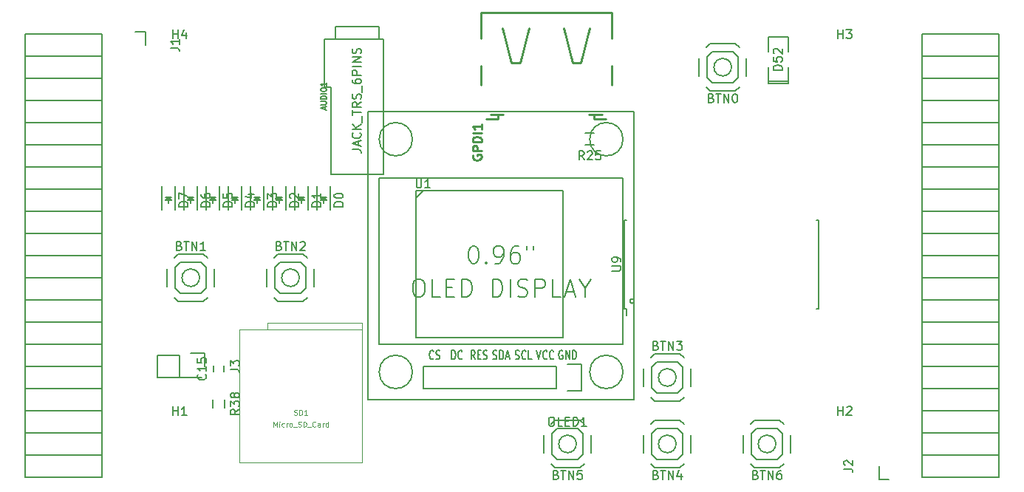
<source format=gto>
G04 #@! TF.FileFunction,Legend,Top*
%FSLAX46Y46*%
G04 Gerber Fmt 4.6, Leading zero omitted, Abs format (unit mm)*
G04 Created by KiCad (PCBNEW 4.0.5+dfsg1-4) date Tue May 16 14:48:21 2017*
%MOMM*%
%LPD*%
G01*
G04 APERTURE LIST*
%ADD10C,0.100000*%
%ADD11C,0.150000*%
%ADD12C,0.010160*%
%ADD13C,0.152400*%
%ADD14C,0.254000*%
%ADD15C,0.124460*%
G04 APERTURE END LIST*
D10*
D11*
X130080000Y-96200000D02*
X146880000Y-96200000D01*
X146880000Y-96200000D02*
X146880000Y-79400000D01*
X146880000Y-79400000D02*
X130080000Y-79400000D01*
X130080000Y-79400000D02*
X130080000Y-96200000D01*
X130880000Y-79400000D02*
X130080000Y-80200000D01*
X170427000Y-66881000D02*
X170427000Y-67135000D01*
X170427000Y-67135000D02*
X172713000Y-67135000D01*
X172713000Y-67135000D02*
X172713000Y-66881000D01*
X170427000Y-66881000D02*
X172713000Y-66881000D01*
X172713000Y-66881000D02*
X172713000Y-65230000D01*
X170427000Y-63452000D02*
X170427000Y-61801000D01*
X170427000Y-61801000D02*
X172713000Y-61801000D01*
X172713000Y-61801000D02*
X172713000Y-63452000D01*
X170427000Y-65230000D02*
X170427000Y-66881000D01*
D12*
X113070000Y-95320000D02*
X113070000Y-94520000D01*
X113070000Y-94520000D02*
X123870000Y-94520000D01*
X123870000Y-94520000D02*
X123870000Y-95320000D01*
X109870000Y-110520000D02*
X109870000Y-95320000D01*
X109870000Y-95320000D02*
X123870000Y-95320000D01*
X123870000Y-95320000D02*
X123870000Y-110520000D01*
X123870000Y-110520000D02*
X109870000Y-110520000D01*
D11*
X105260000Y-89360000D02*
G75*
G03X105260000Y-89360000I-1000000J0D01*
G01*
X103060000Y-87560000D02*
X105460000Y-87560000D01*
X102460000Y-88160000D02*
X103060000Y-87560000D01*
X102460000Y-90560000D02*
X102460000Y-88160000D01*
X103060000Y-91160000D02*
X102460000Y-90560000D01*
X105460000Y-91160000D02*
X103060000Y-91160000D01*
X106060000Y-90560000D02*
X105460000Y-91160000D01*
X106060000Y-88160000D02*
X106060000Y-90560000D01*
X105460000Y-87560000D02*
X106060000Y-88160000D01*
X102810000Y-86660000D02*
X105710000Y-86660000D01*
X102360000Y-87110000D02*
X102810000Y-86660000D01*
X101560000Y-90360000D02*
X101560000Y-88360000D01*
X102810000Y-92060000D02*
X102360000Y-91610000D01*
X105710000Y-92060000D02*
X102810000Y-92060000D01*
X106160000Y-91610000D02*
X105710000Y-92060000D01*
X106960000Y-88360000D02*
X106960000Y-90360000D01*
X105710000Y-86660000D02*
X106160000Y-87110000D01*
X116690000Y-89360000D02*
G75*
G03X116690000Y-89360000I-1000000J0D01*
G01*
X114490000Y-87560000D02*
X116890000Y-87560000D01*
X113890000Y-88160000D02*
X114490000Y-87560000D01*
X113890000Y-90560000D02*
X113890000Y-88160000D01*
X114490000Y-91160000D02*
X113890000Y-90560000D01*
X116890000Y-91160000D02*
X114490000Y-91160000D01*
X117490000Y-90560000D02*
X116890000Y-91160000D01*
X117490000Y-88160000D02*
X117490000Y-90560000D01*
X116890000Y-87560000D02*
X117490000Y-88160000D01*
X114240000Y-86660000D02*
X117140000Y-86660000D01*
X113790000Y-87110000D02*
X114240000Y-86660000D01*
X112990000Y-90360000D02*
X112990000Y-88360000D01*
X114240000Y-92060000D02*
X113790000Y-91610000D01*
X117140000Y-92060000D02*
X114240000Y-92060000D01*
X117590000Y-91610000D02*
X117140000Y-92060000D01*
X118390000Y-88360000D02*
X118390000Y-90360000D01*
X117140000Y-86660000D02*
X117590000Y-87110000D01*
X159870000Y-100790000D02*
G75*
G03X159870000Y-100790000I-1000000J0D01*
G01*
X157670000Y-98990000D02*
X160070000Y-98990000D01*
X157070000Y-99590000D02*
X157670000Y-98990000D01*
X157070000Y-101990000D02*
X157070000Y-99590000D01*
X157670000Y-102590000D02*
X157070000Y-101990000D01*
X160070000Y-102590000D02*
X157670000Y-102590000D01*
X160670000Y-101990000D02*
X160070000Y-102590000D01*
X160670000Y-99590000D02*
X160670000Y-101990000D01*
X160070000Y-98990000D02*
X160670000Y-99590000D01*
X157420000Y-98090000D02*
X160320000Y-98090000D01*
X156970000Y-98540000D02*
X157420000Y-98090000D01*
X156170000Y-101790000D02*
X156170000Y-99790000D01*
X157420000Y-103490000D02*
X156970000Y-103040000D01*
X160320000Y-103490000D02*
X157420000Y-103490000D01*
X160770000Y-103040000D02*
X160320000Y-103490000D01*
X161570000Y-99790000D02*
X161570000Y-101790000D01*
X160320000Y-98090000D02*
X160770000Y-98540000D01*
X159870000Y-108410000D02*
G75*
G03X159870000Y-108410000I-1000000J0D01*
G01*
X160070000Y-110210000D02*
X157670000Y-110210000D01*
X160670000Y-109610000D02*
X160070000Y-110210000D01*
X160670000Y-107210000D02*
X160670000Y-109610000D01*
X160070000Y-106610000D02*
X160670000Y-107210000D01*
X157670000Y-106610000D02*
X160070000Y-106610000D01*
X157070000Y-107210000D02*
X157670000Y-106610000D01*
X157070000Y-109610000D02*
X157070000Y-107210000D01*
X157670000Y-110210000D02*
X157070000Y-109610000D01*
X160320000Y-111110000D02*
X157420000Y-111110000D01*
X160770000Y-110660000D02*
X160320000Y-111110000D01*
X161570000Y-107410000D02*
X161570000Y-109410000D01*
X160320000Y-105710000D02*
X160770000Y-106160000D01*
X157420000Y-105710000D02*
X160320000Y-105710000D01*
X156970000Y-106160000D02*
X157420000Y-105710000D01*
X156170000Y-109410000D02*
X156170000Y-107410000D01*
X157420000Y-111110000D02*
X156970000Y-110660000D01*
X148440000Y-108410000D02*
G75*
G03X148440000Y-108410000I-1000000J0D01*
G01*
X148640000Y-110210000D02*
X146240000Y-110210000D01*
X149240000Y-109610000D02*
X148640000Y-110210000D01*
X149240000Y-107210000D02*
X149240000Y-109610000D01*
X148640000Y-106610000D02*
X149240000Y-107210000D01*
X146240000Y-106610000D02*
X148640000Y-106610000D01*
X145640000Y-107210000D02*
X146240000Y-106610000D01*
X145640000Y-109610000D02*
X145640000Y-107210000D01*
X146240000Y-110210000D02*
X145640000Y-109610000D01*
X148890000Y-111110000D02*
X145990000Y-111110000D01*
X149340000Y-110660000D02*
X148890000Y-111110000D01*
X150140000Y-107410000D02*
X150140000Y-109410000D01*
X148890000Y-105710000D02*
X149340000Y-106160000D01*
X145990000Y-105710000D02*
X148890000Y-105710000D01*
X145540000Y-106160000D02*
X145990000Y-105710000D01*
X144740000Y-109410000D02*
X144740000Y-107410000D01*
X145990000Y-111110000D02*
X145540000Y-110660000D01*
X171300000Y-108410000D02*
G75*
G03X171300000Y-108410000I-1000000J0D01*
G01*
X171500000Y-110210000D02*
X169100000Y-110210000D01*
X172100000Y-109610000D02*
X171500000Y-110210000D01*
X172100000Y-107210000D02*
X172100000Y-109610000D01*
X171500000Y-106610000D02*
X172100000Y-107210000D01*
X169100000Y-106610000D02*
X171500000Y-106610000D01*
X168500000Y-107210000D02*
X169100000Y-106610000D01*
X168500000Y-109610000D02*
X168500000Y-107210000D01*
X169100000Y-110210000D02*
X168500000Y-109610000D01*
X171750000Y-111110000D02*
X168850000Y-111110000D01*
X172200000Y-110660000D02*
X171750000Y-111110000D01*
X173000000Y-107410000D02*
X173000000Y-109410000D01*
X171750000Y-105710000D02*
X172200000Y-106160000D01*
X168850000Y-105710000D02*
X171750000Y-105710000D01*
X168400000Y-106160000D02*
X168850000Y-105710000D01*
X167600000Y-109410000D02*
X167600000Y-107410000D01*
X168850000Y-111110000D02*
X168400000Y-110660000D01*
X118750000Y-78870000D02*
X118750000Y-81570000D01*
X120250000Y-78870000D02*
X120250000Y-81570000D01*
X119350000Y-80370000D02*
X119600000Y-80370000D01*
X119600000Y-80370000D02*
X119450000Y-80220000D01*
X119850000Y-80120000D02*
X119150000Y-80120000D01*
X119500000Y-80470000D02*
X119500000Y-80820000D01*
X119500000Y-80120000D02*
X119850000Y-80470000D01*
X119850000Y-80470000D02*
X119150000Y-80470000D01*
X119150000Y-80470000D02*
X119500000Y-80120000D01*
X116210000Y-78870000D02*
X116210000Y-81570000D01*
X117710000Y-78870000D02*
X117710000Y-81570000D01*
X116810000Y-80370000D02*
X117060000Y-80370000D01*
X117060000Y-80370000D02*
X116910000Y-80220000D01*
X117310000Y-80120000D02*
X116610000Y-80120000D01*
X116960000Y-80470000D02*
X116960000Y-80820000D01*
X116960000Y-80120000D02*
X117310000Y-80470000D01*
X117310000Y-80470000D02*
X116610000Y-80470000D01*
X116610000Y-80470000D02*
X116960000Y-80120000D01*
X113670000Y-78870000D02*
X113670000Y-81570000D01*
X115170000Y-78870000D02*
X115170000Y-81570000D01*
X114270000Y-80370000D02*
X114520000Y-80370000D01*
X114520000Y-80370000D02*
X114370000Y-80220000D01*
X114770000Y-80120000D02*
X114070000Y-80120000D01*
X114420000Y-80470000D02*
X114420000Y-80820000D01*
X114420000Y-80120000D02*
X114770000Y-80470000D01*
X114770000Y-80470000D02*
X114070000Y-80470000D01*
X114070000Y-80470000D02*
X114420000Y-80120000D01*
X111130000Y-78870000D02*
X111130000Y-81570000D01*
X112630000Y-78870000D02*
X112630000Y-81570000D01*
X111730000Y-80370000D02*
X111980000Y-80370000D01*
X111980000Y-80370000D02*
X111830000Y-80220000D01*
X112230000Y-80120000D02*
X111530000Y-80120000D01*
X111880000Y-80470000D02*
X111880000Y-80820000D01*
X111880000Y-80120000D02*
X112230000Y-80470000D01*
X112230000Y-80470000D02*
X111530000Y-80470000D01*
X111530000Y-80470000D02*
X111880000Y-80120000D01*
X108590000Y-78870000D02*
X108590000Y-81570000D01*
X110090000Y-78870000D02*
X110090000Y-81570000D01*
X109190000Y-80370000D02*
X109440000Y-80370000D01*
X109440000Y-80370000D02*
X109290000Y-80220000D01*
X109690000Y-80120000D02*
X108990000Y-80120000D01*
X109340000Y-80470000D02*
X109340000Y-80820000D01*
X109340000Y-80120000D02*
X109690000Y-80470000D01*
X109690000Y-80470000D02*
X108990000Y-80470000D01*
X108990000Y-80470000D02*
X109340000Y-80120000D01*
X106050000Y-78870000D02*
X106050000Y-81570000D01*
X107550000Y-78870000D02*
X107550000Y-81570000D01*
X106650000Y-80370000D02*
X106900000Y-80370000D01*
X106900000Y-80370000D02*
X106750000Y-80220000D01*
X107150000Y-80120000D02*
X106450000Y-80120000D01*
X106800000Y-80470000D02*
X106800000Y-80820000D01*
X106800000Y-80120000D02*
X107150000Y-80470000D01*
X107150000Y-80470000D02*
X106450000Y-80470000D01*
X106450000Y-80470000D02*
X106800000Y-80120000D01*
X103510000Y-78870000D02*
X103510000Y-81570000D01*
X105010000Y-78870000D02*
X105010000Y-81570000D01*
X104110000Y-80370000D02*
X104360000Y-80370000D01*
X104360000Y-80370000D02*
X104210000Y-80220000D01*
X104610000Y-80120000D02*
X103910000Y-80120000D01*
X104260000Y-80470000D02*
X104260000Y-80820000D01*
X104260000Y-80120000D02*
X104610000Y-80470000D01*
X104610000Y-80470000D02*
X103910000Y-80470000D01*
X103910000Y-80470000D02*
X104260000Y-80120000D01*
X100970000Y-78870000D02*
X100970000Y-81570000D01*
X102470000Y-78870000D02*
X102470000Y-81570000D01*
X101570000Y-80370000D02*
X101820000Y-80370000D01*
X101820000Y-80370000D02*
X101670000Y-80220000D01*
X102070000Y-80120000D02*
X101370000Y-80120000D01*
X101720000Y-80470000D02*
X101720000Y-80820000D01*
X101720000Y-80120000D02*
X102070000Y-80470000D01*
X102070000Y-80470000D02*
X101370000Y-80470000D01*
X101370000Y-80470000D02*
X101720000Y-80120000D01*
D13*
X120310000Y-77540000D02*
X120310000Y-67540000D01*
X120310000Y-67540000D02*
X119610000Y-67540000D01*
X119610000Y-67540000D02*
X119610000Y-62040000D01*
X126310000Y-77540000D02*
X120310000Y-77540000D01*
X126310000Y-62040000D02*
X126310000Y-77540000D01*
X126310000Y-62040000D02*
X119610000Y-62040000D01*
X125810000Y-62040000D02*
X125810000Y-60540000D01*
X125810000Y-60540000D02*
X120810000Y-60540000D01*
X120810000Y-60540000D02*
X120810000Y-62040000D01*
D11*
X176180000Y-92880000D02*
X175980000Y-92880000D01*
X176180000Y-82720000D02*
X175980000Y-82720000D01*
X155080000Y-92050000D02*
G75*
G03X155080000Y-92050000I-250000J0D01*
G01*
X154180000Y-92880000D02*
X154180000Y-93700000D01*
X153980000Y-92880000D02*
X154180000Y-92880000D01*
X153980000Y-82720000D02*
X154180000Y-82720000D01*
X176190000Y-82720000D02*
X176190000Y-92880000D01*
X153970000Y-92880000D02*
X153970000Y-82720000D01*
D14*
X151378260Y-70648160D02*
X150479100Y-70648160D01*
X150479100Y-70648160D02*
X149879660Y-70648160D01*
X140080340Y-70648160D02*
X139480900Y-70648160D01*
X139480900Y-70648160D02*
X138581740Y-70648160D01*
X137481920Y-67249640D02*
X137481920Y-65098260D01*
X137481920Y-61900400D02*
X137481920Y-58992100D01*
X137481920Y-58992100D02*
X152478080Y-58992100D01*
X152478080Y-58992100D02*
X152478080Y-61900400D01*
X152478080Y-65098260D02*
X152478080Y-67249640D01*
X138106760Y-71148540D02*
X139480900Y-71148540D01*
X139480900Y-71148540D02*
X139480900Y-70648160D01*
X150479100Y-70648160D02*
X150479100Y-71148540D01*
X150479100Y-71148540D02*
X151865940Y-71148540D01*
X142981020Y-60732000D02*
X141980260Y-64732500D01*
X141980260Y-64732500D02*
X140982040Y-64732500D01*
X140982040Y-64732500D02*
X139981280Y-60732000D01*
X146978980Y-60732000D02*
X147979740Y-64732500D01*
X147979740Y-64732500D02*
X148977960Y-64732500D01*
X148977960Y-64732500D02*
X149978720Y-60732000D01*
D11*
X85270000Y-112220000D02*
X94100000Y-112220000D01*
X85270000Y-109680000D02*
X85270000Y-112220000D01*
X94100000Y-109680000D02*
X94100000Y-112220000D01*
X94100000Y-112220000D02*
X85270000Y-112220000D01*
X94100000Y-109680000D02*
X85270000Y-109680000D01*
X94100000Y-107140000D02*
X94100000Y-109680000D01*
X85270000Y-107140000D02*
X85270000Y-109680000D01*
X85270000Y-109680000D02*
X94100000Y-109680000D01*
X85270000Y-91900000D02*
X94100000Y-91900000D01*
X85270000Y-89360000D02*
X85270000Y-91900000D01*
X94100000Y-89360000D02*
X94100000Y-91900000D01*
X94100000Y-91900000D02*
X85270000Y-91900000D01*
X94100000Y-94440000D02*
X85270000Y-94440000D01*
X94100000Y-91900000D02*
X94100000Y-94440000D01*
X85270000Y-91900000D02*
X85270000Y-94440000D01*
X85270000Y-94440000D02*
X94100000Y-94440000D01*
X85270000Y-107140000D02*
X94100000Y-107140000D01*
X85270000Y-104600000D02*
X85270000Y-107140000D01*
X94100000Y-104600000D02*
X94100000Y-107140000D01*
X94100000Y-107140000D02*
X85270000Y-107140000D01*
X94100000Y-104600000D02*
X85270000Y-104600000D01*
X94100000Y-102060000D02*
X94100000Y-104600000D01*
X85270000Y-102060000D02*
X85270000Y-104600000D01*
X85270000Y-104600000D02*
X94100000Y-104600000D01*
X85270000Y-102060000D02*
X94100000Y-102060000D01*
X85270000Y-99520000D02*
X85270000Y-102060000D01*
X94100000Y-99520000D02*
X94100000Y-102060000D01*
X94100000Y-102060000D02*
X85270000Y-102060000D01*
X94100000Y-99520000D02*
X85270000Y-99520000D01*
X94100000Y-96980000D02*
X94100000Y-99520000D01*
X85270000Y-96980000D02*
X85270000Y-99520000D01*
X85270000Y-99520000D02*
X94100000Y-99520000D01*
X85270000Y-96980000D02*
X94100000Y-96980000D01*
X85270000Y-94440000D02*
X85270000Y-96980000D01*
X94100000Y-94440000D02*
X94100000Y-96980000D01*
X94100000Y-96980000D02*
X85270000Y-96980000D01*
X94100000Y-79200000D02*
X85270000Y-79200000D01*
X94100000Y-76660000D02*
X94100000Y-79200000D01*
X85270000Y-76660000D02*
X85270000Y-79200000D01*
X85270000Y-79200000D02*
X94100000Y-79200000D01*
X85270000Y-81740000D02*
X94100000Y-81740000D01*
X85270000Y-79200000D02*
X85270000Y-81740000D01*
X94100000Y-79200000D02*
X94100000Y-81740000D01*
X94100000Y-81740000D02*
X85270000Y-81740000D01*
X94100000Y-84280000D02*
X85270000Y-84280000D01*
X94100000Y-81740000D02*
X94100000Y-84280000D01*
X85270000Y-81740000D02*
X85270000Y-84280000D01*
X85270000Y-84280000D02*
X94100000Y-84280000D01*
X85270000Y-86820000D02*
X94100000Y-86820000D01*
X85270000Y-84280000D02*
X85270000Y-86820000D01*
X94100000Y-84280000D02*
X94100000Y-86820000D01*
X94100000Y-86820000D02*
X85270000Y-86820000D01*
X94100000Y-89360000D02*
X85270000Y-89360000D01*
X94100000Y-86820000D02*
X94100000Y-89360000D01*
X85270000Y-86820000D02*
X85270000Y-89360000D01*
X85270000Y-89360000D02*
X94100000Y-89360000D01*
X85270000Y-76660000D02*
X94100000Y-76660000D01*
X85270000Y-74120000D02*
X85270000Y-76660000D01*
X94100000Y-74120000D02*
X94100000Y-76660000D01*
X94100000Y-76660000D02*
X85270000Y-76660000D01*
X94100000Y-74120000D02*
X85270000Y-74120000D01*
X94100000Y-71580000D02*
X94100000Y-74120000D01*
X85270000Y-71580000D02*
X85270000Y-74120000D01*
X85270000Y-74120000D02*
X94100000Y-74120000D01*
X85270000Y-71580000D02*
X94100000Y-71580000D01*
X85270000Y-69040000D02*
X85270000Y-71580000D01*
X94100000Y-69040000D02*
X94100000Y-71580000D01*
X94100000Y-71580000D02*
X85270000Y-71580000D01*
X94100000Y-69040000D02*
X85270000Y-69040000D01*
X94100000Y-66500000D02*
X94100000Y-69040000D01*
X85270000Y-66500000D02*
X85270000Y-69040000D01*
X85270000Y-69040000D02*
X94100000Y-69040000D01*
X85270000Y-66500000D02*
X94100000Y-66500000D01*
X85270000Y-63960000D02*
X85270000Y-66500000D01*
X94100000Y-63960000D02*
X94100000Y-66500000D01*
X94100000Y-66500000D02*
X85270000Y-66500000D01*
X94100000Y-63960000D02*
X85270000Y-63960000D01*
X94100000Y-61420000D02*
X94100000Y-63960000D01*
X99060000Y-62690000D02*
X99060000Y-61140000D01*
X99060000Y-61140000D02*
X97910000Y-61140000D01*
X94100000Y-61420000D02*
X85270000Y-61420000D01*
X85270000Y-61420000D02*
X85270000Y-63960000D01*
X85270000Y-63960000D02*
X94100000Y-63960000D01*
X196910000Y-61420000D02*
X188080000Y-61420000D01*
X196910000Y-63960000D02*
X196910000Y-61420000D01*
X188080000Y-63960000D02*
X188080000Y-61420000D01*
X188080000Y-61420000D02*
X196910000Y-61420000D01*
X188080000Y-63960000D02*
X196910000Y-63960000D01*
X188080000Y-66500000D02*
X188080000Y-63960000D01*
X196910000Y-66500000D02*
X196910000Y-63960000D01*
X196910000Y-63960000D02*
X188080000Y-63960000D01*
X196910000Y-81740000D02*
X188080000Y-81740000D01*
X196910000Y-84280000D02*
X196910000Y-81740000D01*
X188080000Y-84280000D02*
X188080000Y-81740000D01*
X188080000Y-81740000D02*
X196910000Y-81740000D01*
X188080000Y-79200000D02*
X196910000Y-79200000D01*
X188080000Y-81740000D02*
X188080000Y-79200000D01*
X196910000Y-81740000D02*
X196910000Y-79200000D01*
X196910000Y-79200000D02*
X188080000Y-79200000D01*
X196910000Y-66500000D02*
X188080000Y-66500000D01*
X196910000Y-69040000D02*
X196910000Y-66500000D01*
X188080000Y-69040000D02*
X188080000Y-66500000D01*
X188080000Y-66500000D02*
X196910000Y-66500000D01*
X188080000Y-69040000D02*
X196910000Y-69040000D01*
X188080000Y-71580000D02*
X188080000Y-69040000D01*
X196910000Y-71580000D02*
X196910000Y-69040000D01*
X196910000Y-69040000D02*
X188080000Y-69040000D01*
X196910000Y-71580000D02*
X188080000Y-71580000D01*
X196910000Y-74120000D02*
X196910000Y-71580000D01*
X188080000Y-74120000D02*
X188080000Y-71580000D01*
X188080000Y-71580000D02*
X196910000Y-71580000D01*
X188080000Y-74120000D02*
X196910000Y-74120000D01*
X188080000Y-76660000D02*
X188080000Y-74120000D01*
X196910000Y-76660000D02*
X196910000Y-74120000D01*
X196910000Y-74120000D02*
X188080000Y-74120000D01*
X196910000Y-76660000D02*
X188080000Y-76660000D01*
X196910000Y-79200000D02*
X196910000Y-76660000D01*
X188080000Y-79200000D02*
X188080000Y-76660000D01*
X188080000Y-76660000D02*
X196910000Y-76660000D01*
X188080000Y-94440000D02*
X196910000Y-94440000D01*
X188080000Y-96980000D02*
X188080000Y-94440000D01*
X196910000Y-96980000D02*
X196910000Y-94440000D01*
X196910000Y-94440000D02*
X188080000Y-94440000D01*
X196910000Y-91900000D02*
X188080000Y-91900000D01*
X196910000Y-94440000D02*
X196910000Y-91900000D01*
X188080000Y-94440000D02*
X188080000Y-91900000D01*
X188080000Y-91900000D02*
X196910000Y-91900000D01*
X188080000Y-89360000D02*
X196910000Y-89360000D01*
X188080000Y-91900000D02*
X188080000Y-89360000D01*
X196910000Y-91900000D02*
X196910000Y-89360000D01*
X196910000Y-89360000D02*
X188080000Y-89360000D01*
X196910000Y-86820000D02*
X188080000Y-86820000D01*
X196910000Y-89360000D02*
X196910000Y-86820000D01*
X188080000Y-89360000D02*
X188080000Y-86820000D01*
X188080000Y-86820000D02*
X196910000Y-86820000D01*
X188080000Y-84280000D02*
X196910000Y-84280000D01*
X188080000Y-86820000D02*
X188080000Y-84280000D01*
X196910000Y-86820000D02*
X196910000Y-84280000D01*
X196910000Y-84280000D02*
X188080000Y-84280000D01*
X196910000Y-96980000D02*
X188080000Y-96980000D01*
X196910000Y-99520000D02*
X196910000Y-96980000D01*
X188080000Y-99520000D02*
X188080000Y-96980000D01*
X188080000Y-96980000D02*
X196910000Y-96980000D01*
X188080000Y-99520000D02*
X196910000Y-99520000D01*
X188080000Y-102060000D02*
X188080000Y-99520000D01*
X196910000Y-102060000D02*
X196910000Y-99520000D01*
X196910000Y-99520000D02*
X188080000Y-99520000D01*
X196910000Y-102060000D02*
X188080000Y-102060000D01*
X196910000Y-104600000D02*
X196910000Y-102060000D01*
X188080000Y-104600000D02*
X188080000Y-102060000D01*
X188080000Y-102060000D02*
X196910000Y-102060000D01*
X188080000Y-104600000D02*
X196910000Y-104600000D01*
X188080000Y-107140000D02*
X188080000Y-104600000D01*
X196910000Y-107140000D02*
X196910000Y-104600000D01*
X196910000Y-104600000D02*
X188080000Y-104600000D01*
X196910000Y-107140000D02*
X188080000Y-107140000D01*
X196910000Y-109680000D02*
X196910000Y-107140000D01*
X188080000Y-109680000D02*
X188080000Y-107140000D01*
X188080000Y-107140000D02*
X196910000Y-107140000D01*
X188080000Y-109680000D02*
X196910000Y-109680000D01*
X188080000Y-112220000D02*
X188080000Y-109680000D01*
X183120000Y-110950000D02*
X183120000Y-112500000D01*
X183120000Y-112500000D02*
X184270000Y-112500000D01*
X188080000Y-112220000D02*
X196910000Y-112220000D01*
X196910000Y-112220000D02*
X196910000Y-109680000D01*
X196910000Y-109680000D02*
X188080000Y-109680000D01*
X166220000Y-65230000D02*
G75*
G03X166220000Y-65230000I-1000000J0D01*
G01*
X166420000Y-67030000D02*
X164020000Y-67030000D01*
X167020000Y-66430000D02*
X166420000Y-67030000D01*
X167020000Y-64030000D02*
X167020000Y-66430000D01*
X166420000Y-63430000D02*
X167020000Y-64030000D01*
X164020000Y-63430000D02*
X166420000Y-63430000D01*
X163420000Y-64030000D02*
X164020000Y-63430000D01*
X163420000Y-66430000D02*
X163420000Y-64030000D01*
X164020000Y-67030000D02*
X163420000Y-66430000D01*
X166670000Y-67930000D02*
X163770000Y-67930000D01*
X167120000Y-67480000D02*
X166670000Y-67930000D01*
X167920000Y-64230000D02*
X167920000Y-66230000D01*
X166670000Y-62530000D02*
X167120000Y-62980000D01*
X163770000Y-62530000D02*
X166670000Y-62530000D01*
X163320000Y-62980000D02*
X163770000Y-62530000D01*
X162520000Y-66230000D02*
X162520000Y-64230000D01*
X163770000Y-67930000D02*
X163320000Y-67480000D01*
X149480000Y-72810000D02*
X150480000Y-72810000D01*
X150480000Y-74160000D02*
X149480000Y-74160000D01*
X105810000Y-99520000D02*
X105810000Y-97970000D01*
X102990000Y-100790000D02*
X105530000Y-100790000D01*
X105810000Y-97970000D02*
X104260000Y-97970000D01*
X100450000Y-100790000D02*
X102990000Y-100790000D01*
X102990000Y-100790000D02*
X102990000Y-98250000D01*
X102990000Y-98250000D02*
X100450000Y-98250000D01*
X100450000Y-98250000D02*
X100450000Y-100790000D01*
X153790000Y-73485000D02*
G75*
G03X153790000Y-73485000I-1905000J0D01*
G01*
X129660000Y-73485000D02*
G75*
G03X129660000Y-73485000I-1905000J0D01*
G01*
X129660000Y-100155000D02*
G75*
G03X129660000Y-100155000I-1905000J0D01*
G01*
X153790000Y-100155000D02*
G75*
G03X153790000Y-100155000I-1905000J0D01*
G01*
X153790000Y-77930000D02*
X153790000Y-96980000D01*
X125850000Y-77930000D02*
X153790000Y-77930000D01*
X125850000Y-96980000D02*
X125850000Y-77930000D01*
X153790000Y-96980000D02*
X125850000Y-96980000D01*
X155060000Y-70310000D02*
X155060000Y-103330000D01*
X124580000Y-70310000D02*
X155060000Y-70310000D01*
X124580000Y-103330000D02*
X124580000Y-70310000D01*
X155060000Y-103330000D02*
X124580000Y-103330000D01*
X146170000Y-99520000D02*
X130930000Y-99520000D01*
X130930000Y-99520000D02*
X130930000Y-102060000D01*
X130930000Y-102060000D02*
X146170000Y-102060000D01*
X148990000Y-99240000D02*
X147440000Y-99240000D01*
X146170000Y-99520000D02*
X146170000Y-102060000D01*
X147440000Y-102340000D02*
X148990000Y-102340000D01*
X148990000Y-102340000D02*
X148990000Y-99240000D01*
X106880000Y-100150000D02*
X106880000Y-99450000D01*
X108080000Y-99450000D02*
X108080000Y-100150000D01*
X106805000Y-104300000D02*
X106805000Y-103300000D01*
X108155000Y-103300000D02*
X108155000Y-104300000D01*
X130118095Y-78052381D02*
X130118095Y-78861905D01*
X130165714Y-78957143D01*
X130213333Y-79004762D01*
X130308571Y-79052381D01*
X130499048Y-79052381D01*
X130594286Y-79004762D01*
X130641905Y-78957143D01*
X130689524Y-78861905D01*
X130689524Y-78052381D01*
X131689524Y-79052381D02*
X131118095Y-79052381D01*
X131403809Y-79052381D02*
X131403809Y-78052381D01*
X131308571Y-78195238D01*
X131213333Y-78290476D01*
X131118095Y-78338095D01*
X172022381Y-65555286D02*
X171022381Y-65555286D01*
X171022381Y-65317191D01*
X171070000Y-65174333D01*
X171165238Y-65079095D01*
X171260476Y-65031476D01*
X171450952Y-64983857D01*
X171593810Y-64983857D01*
X171784286Y-65031476D01*
X171879524Y-65079095D01*
X171974762Y-65174333D01*
X172022381Y-65317191D01*
X172022381Y-65555286D01*
X171022381Y-64079095D02*
X171022381Y-64555286D01*
X171498571Y-64602905D01*
X171450952Y-64555286D01*
X171403333Y-64460048D01*
X171403333Y-64221952D01*
X171450952Y-64126714D01*
X171498571Y-64079095D01*
X171593810Y-64031476D01*
X171831905Y-64031476D01*
X171927143Y-64079095D01*
X171974762Y-64126714D01*
X172022381Y-64221952D01*
X172022381Y-64460048D01*
X171974762Y-64555286D01*
X171927143Y-64602905D01*
X171117619Y-63650524D02*
X171070000Y-63602905D01*
X171022381Y-63507667D01*
X171022381Y-63269571D01*
X171070000Y-63174333D01*
X171117619Y-63126714D01*
X171212857Y-63079095D01*
X171308095Y-63079095D01*
X171450952Y-63126714D01*
X172022381Y-63698143D01*
X172022381Y-63079095D01*
D15*
X116113564Y-105062630D02*
X116199198Y-105091175D01*
X116341922Y-105091175D01*
X116399012Y-105062630D01*
X116427556Y-105034086D01*
X116456101Y-104976996D01*
X116456101Y-104919907D01*
X116427556Y-104862817D01*
X116399012Y-104834272D01*
X116341922Y-104805728D01*
X116227743Y-104777183D01*
X116170654Y-104748638D01*
X116142109Y-104720093D01*
X116113564Y-104663004D01*
X116113564Y-104605914D01*
X116142109Y-104548825D01*
X116170654Y-104520280D01*
X116227743Y-104491735D01*
X116370467Y-104491735D01*
X116456101Y-104520280D01*
X116713004Y-105091175D02*
X116713004Y-104491735D01*
X116855728Y-104491735D01*
X116941362Y-104520280D01*
X116998451Y-104577370D01*
X117026996Y-104634459D01*
X117055541Y-104748638D01*
X117055541Y-104834272D01*
X117026996Y-104948451D01*
X116998451Y-105005541D01*
X116941362Y-105062630D01*
X116855728Y-105091175D01*
X116713004Y-105091175D01*
X117626436Y-105091175D02*
X117283899Y-105091175D01*
X117455168Y-105091175D02*
X117455168Y-104491735D01*
X117398078Y-104577370D01*
X117340989Y-104634459D01*
X117283899Y-104663004D01*
X113744350Y-106441175D02*
X113744350Y-105841735D01*
X113944163Y-106269907D01*
X114143976Y-105841735D01*
X114143976Y-106441175D01*
X114429424Y-106441175D02*
X114429424Y-106041549D01*
X114429424Y-105841735D02*
X114400879Y-105870280D01*
X114429424Y-105898825D01*
X114457969Y-105870280D01*
X114429424Y-105841735D01*
X114429424Y-105898825D01*
X114971775Y-106412630D02*
X114914685Y-106441175D01*
X114800506Y-106441175D01*
X114743417Y-106412630D01*
X114714872Y-106384086D01*
X114686327Y-106326996D01*
X114686327Y-106155728D01*
X114714872Y-106098638D01*
X114743417Y-106070093D01*
X114800506Y-106041549D01*
X114914685Y-106041549D01*
X114971775Y-106070093D01*
X115228678Y-106441175D02*
X115228678Y-106041549D01*
X115228678Y-106155728D02*
X115257223Y-106098638D01*
X115285767Y-106070093D01*
X115342857Y-106041549D01*
X115399946Y-106041549D01*
X115685394Y-106441175D02*
X115628305Y-106412630D01*
X115599760Y-106384086D01*
X115571215Y-106326996D01*
X115571215Y-106155728D01*
X115599760Y-106098638D01*
X115628305Y-106070093D01*
X115685394Y-106041549D01*
X115771028Y-106041549D01*
X115828118Y-106070093D01*
X115856663Y-106098638D01*
X115885207Y-106155728D01*
X115885207Y-106326996D01*
X115856663Y-106384086D01*
X115828118Y-106412630D01*
X115771028Y-106441175D01*
X115685394Y-106441175D01*
X115999386Y-106498265D02*
X116456102Y-106498265D01*
X116570281Y-106412630D02*
X116655915Y-106441175D01*
X116798639Y-106441175D01*
X116855729Y-106412630D01*
X116884273Y-106384086D01*
X116912818Y-106326996D01*
X116912818Y-106269907D01*
X116884273Y-106212817D01*
X116855729Y-106184272D01*
X116798639Y-106155728D01*
X116684460Y-106127183D01*
X116627371Y-106098638D01*
X116598826Y-106070093D01*
X116570281Y-106013004D01*
X116570281Y-105955914D01*
X116598826Y-105898825D01*
X116627371Y-105870280D01*
X116684460Y-105841735D01*
X116827184Y-105841735D01*
X116912818Y-105870280D01*
X117169721Y-106441175D02*
X117169721Y-105841735D01*
X117312445Y-105841735D01*
X117398079Y-105870280D01*
X117455168Y-105927370D01*
X117483713Y-105984459D01*
X117512258Y-106098638D01*
X117512258Y-106184272D01*
X117483713Y-106298451D01*
X117455168Y-106355541D01*
X117398079Y-106412630D01*
X117312445Y-106441175D01*
X117169721Y-106441175D01*
X117626437Y-106498265D02*
X118083153Y-106498265D01*
X118568414Y-106384086D02*
X118539869Y-106412630D01*
X118454235Y-106441175D01*
X118397145Y-106441175D01*
X118311511Y-106412630D01*
X118254422Y-106355541D01*
X118225877Y-106298451D01*
X118197332Y-106184272D01*
X118197332Y-106098638D01*
X118225877Y-105984459D01*
X118254422Y-105927370D01*
X118311511Y-105870280D01*
X118397145Y-105841735D01*
X118454235Y-105841735D01*
X118539869Y-105870280D01*
X118568414Y-105898825D01*
X119082220Y-106441175D02*
X119082220Y-106127183D01*
X119053675Y-106070093D01*
X118996585Y-106041549D01*
X118882406Y-106041549D01*
X118825317Y-106070093D01*
X119082220Y-106412630D02*
X119025130Y-106441175D01*
X118882406Y-106441175D01*
X118825317Y-106412630D01*
X118796772Y-106355541D01*
X118796772Y-106298451D01*
X118825317Y-106241362D01*
X118882406Y-106212817D01*
X119025130Y-106212817D01*
X119082220Y-106184272D01*
X119367667Y-106441175D02*
X119367667Y-106041549D01*
X119367667Y-106155728D02*
X119396212Y-106098638D01*
X119424756Y-106070093D01*
X119481846Y-106041549D01*
X119538935Y-106041549D01*
X119995652Y-106441175D02*
X119995652Y-105841735D01*
X119995652Y-106412630D02*
X119938562Y-106441175D01*
X119824383Y-106441175D01*
X119767294Y-106412630D01*
X119738749Y-106384086D01*
X119710204Y-106326996D01*
X119710204Y-106155728D01*
X119738749Y-106098638D01*
X119767294Y-106070093D01*
X119824383Y-106041549D01*
X119938562Y-106041549D01*
X119995652Y-106070093D01*
D11*
X102950477Y-85688571D02*
X103093334Y-85736190D01*
X103140953Y-85783810D01*
X103188572Y-85879048D01*
X103188572Y-86021905D01*
X103140953Y-86117143D01*
X103093334Y-86164762D01*
X102998096Y-86212381D01*
X102617143Y-86212381D01*
X102617143Y-85212381D01*
X102950477Y-85212381D01*
X103045715Y-85260000D01*
X103093334Y-85307619D01*
X103140953Y-85402857D01*
X103140953Y-85498095D01*
X103093334Y-85593333D01*
X103045715Y-85640952D01*
X102950477Y-85688571D01*
X102617143Y-85688571D01*
X103474286Y-85212381D02*
X104045715Y-85212381D01*
X103760000Y-86212381D02*
X103760000Y-85212381D01*
X104379048Y-86212381D02*
X104379048Y-85212381D01*
X104950477Y-86212381D01*
X104950477Y-85212381D01*
X105950477Y-86212381D02*
X105379048Y-86212381D01*
X105664762Y-86212381D02*
X105664762Y-85212381D01*
X105569524Y-85355238D01*
X105474286Y-85450476D01*
X105379048Y-85498095D01*
X114380477Y-85688571D02*
X114523334Y-85736190D01*
X114570953Y-85783810D01*
X114618572Y-85879048D01*
X114618572Y-86021905D01*
X114570953Y-86117143D01*
X114523334Y-86164762D01*
X114428096Y-86212381D01*
X114047143Y-86212381D01*
X114047143Y-85212381D01*
X114380477Y-85212381D01*
X114475715Y-85260000D01*
X114523334Y-85307619D01*
X114570953Y-85402857D01*
X114570953Y-85498095D01*
X114523334Y-85593333D01*
X114475715Y-85640952D01*
X114380477Y-85688571D01*
X114047143Y-85688571D01*
X114904286Y-85212381D02*
X115475715Y-85212381D01*
X115190000Y-86212381D02*
X115190000Y-85212381D01*
X115809048Y-86212381D02*
X115809048Y-85212381D01*
X116380477Y-86212381D01*
X116380477Y-85212381D01*
X116809048Y-85307619D02*
X116856667Y-85260000D01*
X116951905Y-85212381D01*
X117190001Y-85212381D01*
X117285239Y-85260000D01*
X117332858Y-85307619D01*
X117380477Y-85402857D01*
X117380477Y-85498095D01*
X117332858Y-85640952D01*
X116761429Y-86212381D01*
X117380477Y-86212381D01*
X157560477Y-97118571D02*
X157703334Y-97166190D01*
X157750953Y-97213810D01*
X157798572Y-97309048D01*
X157798572Y-97451905D01*
X157750953Y-97547143D01*
X157703334Y-97594762D01*
X157608096Y-97642381D01*
X157227143Y-97642381D01*
X157227143Y-96642381D01*
X157560477Y-96642381D01*
X157655715Y-96690000D01*
X157703334Y-96737619D01*
X157750953Y-96832857D01*
X157750953Y-96928095D01*
X157703334Y-97023333D01*
X157655715Y-97070952D01*
X157560477Y-97118571D01*
X157227143Y-97118571D01*
X158084286Y-96642381D02*
X158655715Y-96642381D01*
X158370000Y-97642381D02*
X158370000Y-96642381D01*
X158989048Y-97642381D02*
X158989048Y-96642381D01*
X159560477Y-97642381D01*
X159560477Y-96642381D01*
X159941429Y-96642381D02*
X160560477Y-96642381D01*
X160227143Y-97023333D01*
X160370001Y-97023333D01*
X160465239Y-97070952D01*
X160512858Y-97118571D01*
X160560477Y-97213810D01*
X160560477Y-97451905D01*
X160512858Y-97547143D01*
X160465239Y-97594762D01*
X160370001Y-97642381D01*
X160084286Y-97642381D01*
X159989048Y-97594762D01*
X159941429Y-97547143D01*
X157560477Y-111938571D02*
X157703334Y-111986190D01*
X157750953Y-112033810D01*
X157798572Y-112129048D01*
X157798572Y-112271905D01*
X157750953Y-112367143D01*
X157703334Y-112414762D01*
X157608096Y-112462381D01*
X157227143Y-112462381D01*
X157227143Y-111462381D01*
X157560477Y-111462381D01*
X157655715Y-111510000D01*
X157703334Y-111557619D01*
X157750953Y-111652857D01*
X157750953Y-111748095D01*
X157703334Y-111843333D01*
X157655715Y-111890952D01*
X157560477Y-111938571D01*
X157227143Y-111938571D01*
X158084286Y-111462381D02*
X158655715Y-111462381D01*
X158370000Y-112462381D02*
X158370000Y-111462381D01*
X158989048Y-112462381D02*
X158989048Y-111462381D01*
X159560477Y-112462381D01*
X159560477Y-111462381D01*
X160465239Y-111795714D02*
X160465239Y-112462381D01*
X160227143Y-111414762D02*
X159989048Y-112129048D01*
X160608096Y-112129048D01*
X146130477Y-111938571D02*
X146273334Y-111986190D01*
X146320953Y-112033810D01*
X146368572Y-112129048D01*
X146368572Y-112271905D01*
X146320953Y-112367143D01*
X146273334Y-112414762D01*
X146178096Y-112462381D01*
X145797143Y-112462381D01*
X145797143Y-111462381D01*
X146130477Y-111462381D01*
X146225715Y-111510000D01*
X146273334Y-111557619D01*
X146320953Y-111652857D01*
X146320953Y-111748095D01*
X146273334Y-111843333D01*
X146225715Y-111890952D01*
X146130477Y-111938571D01*
X145797143Y-111938571D01*
X146654286Y-111462381D02*
X147225715Y-111462381D01*
X146940000Y-112462381D02*
X146940000Y-111462381D01*
X147559048Y-112462381D02*
X147559048Y-111462381D01*
X148130477Y-112462381D01*
X148130477Y-111462381D01*
X149082858Y-111462381D02*
X148606667Y-111462381D01*
X148559048Y-111938571D01*
X148606667Y-111890952D01*
X148701905Y-111843333D01*
X148940001Y-111843333D01*
X149035239Y-111890952D01*
X149082858Y-111938571D01*
X149130477Y-112033810D01*
X149130477Y-112271905D01*
X149082858Y-112367143D01*
X149035239Y-112414762D01*
X148940001Y-112462381D01*
X148701905Y-112462381D01*
X148606667Y-112414762D01*
X148559048Y-112367143D01*
X168990477Y-111938571D02*
X169133334Y-111986190D01*
X169180953Y-112033810D01*
X169228572Y-112129048D01*
X169228572Y-112271905D01*
X169180953Y-112367143D01*
X169133334Y-112414762D01*
X169038096Y-112462381D01*
X168657143Y-112462381D01*
X168657143Y-111462381D01*
X168990477Y-111462381D01*
X169085715Y-111510000D01*
X169133334Y-111557619D01*
X169180953Y-111652857D01*
X169180953Y-111748095D01*
X169133334Y-111843333D01*
X169085715Y-111890952D01*
X168990477Y-111938571D01*
X168657143Y-111938571D01*
X169514286Y-111462381D02*
X170085715Y-111462381D01*
X169800000Y-112462381D02*
X169800000Y-111462381D01*
X170419048Y-112462381D02*
X170419048Y-111462381D01*
X170990477Y-112462381D01*
X170990477Y-111462381D01*
X171895239Y-111462381D02*
X171704762Y-111462381D01*
X171609524Y-111510000D01*
X171561905Y-111557619D01*
X171466667Y-111700476D01*
X171419048Y-111890952D01*
X171419048Y-112271905D01*
X171466667Y-112367143D01*
X171514286Y-112414762D01*
X171609524Y-112462381D01*
X171800001Y-112462381D01*
X171895239Y-112414762D01*
X171942858Y-112367143D01*
X171990477Y-112271905D01*
X171990477Y-112033810D01*
X171942858Y-111938571D01*
X171895239Y-111890952D01*
X171800001Y-111843333D01*
X171609524Y-111843333D01*
X171514286Y-111890952D01*
X171466667Y-111938571D01*
X171419048Y-112033810D01*
X121702381Y-81208095D02*
X120702381Y-81208095D01*
X120702381Y-80970000D01*
X120750000Y-80827142D01*
X120845238Y-80731904D01*
X120940476Y-80684285D01*
X121130952Y-80636666D01*
X121273810Y-80636666D01*
X121464286Y-80684285D01*
X121559524Y-80731904D01*
X121654762Y-80827142D01*
X121702381Y-80970000D01*
X121702381Y-81208095D01*
X120702381Y-80017619D02*
X120702381Y-79922380D01*
X120750000Y-79827142D01*
X120797619Y-79779523D01*
X120892857Y-79731904D01*
X121083333Y-79684285D01*
X121321429Y-79684285D01*
X121511905Y-79731904D01*
X121607143Y-79779523D01*
X121654762Y-79827142D01*
X121702381Y-79922380D01*
X121702381Y-80017619D01*
X121654762Y-80112857D01*
X121607143Y-80160476D01*
X121511905Y-80208095D01*
X121321429Y-80255714D01*
X121083333Y-80255714D01*
X120892857Y-80208095D01*
X120797619Y-80160476D01*
X120750000Y-80112857D01*
X120702381Y-80017619D01*
X119162381Y-81208095D02*
X118162381Y-81208095D01*
X118162381Y-80970000D01*
X118210000Y-80827142D01*
X118305238Y-80731904D01*
X118400476Y-80684285D01*
X118590952Y-80636666D01*
X118733810Y-80636666D01*
X118924286Y-80684285D01*
X119019524Y-80731904D01*
X119114762Y-80827142D01*
X119162381Y-80970000D01*
X119162381Y-81208095D01*
X119162381Y-79684285D02*
X119162381Y-80255714D01*
X119162381Y-79970000D02*
X118162381Y-79970000D01*
X118305238Y-80065238D01*
X118400476Y-80160476D01*
X118448095Y-80255714D01*
X116622381Y-81208095D02*
X115622381Y-81208095D01*
X115622381Y-80970000D01*
X115670000Y-80827142D01*
X115765238Y-80731904D01*
X115860476Y-80684285D01*
X116050952Y-80636666D01*
X116193810Y-80636666D01*
X116384286Y-80684285D01*
X116479524Y-80731904D01*
X116574762Y-80827142D01*
X116622381Y-80970000D01*
X116622381Y-81208095D01*
X115717619Y-80255714D02*
X115670000Y-80208095D01*
X115622381Y-80112857D01*
X115622381Y-79874761D01*
X115670000Y-79779523D01*
X115717619Y-79731904D01*
X115812857Y-79684285D01*
X115908095Y-79684285D01*
X116050952Y-79731904D01*
X116622381Y-80303333D01*
X116622381Y-79684285D01*
X114082381Y-81208095D02*
X113082381Y-81208095D01*
X113082381Y-80970000D01*
X113130000Y-80827142D01*
X113225238Y-80731904D01*
X113320476Y-80684285D01*
X113510952Y-80636666D01*
X113653810Y-80636666D01*
X113844286Y-80684285D01*
X113939524Y-80731904D01*
X114034762Y-80827142D01*
X114082381Y-80970000D01*
X114082381Y-81208095D01*
X113082381Y-80303333D02*
X113082381Y-79684285D01*
X113463333Y-80017619D01*
X113463333Y-79874761D01*
X113510952Y-79779523D01*
X113558571Y-79731904D01*
X113653810Y-79684285D01*
X113891905Y-79684285D01*
X113987143Y-79731904D01*
X114034762Y-79779523D01*
X114082381Y-79874761D01*
X114082381Y-80160476D01*
X114034762Y-80255714D01*
X113987143Y-80303333D01*
X111542381Y-81208095D02*
X110542381Y-81208095D01*
X110542381Y-80970000D01*
X110590000Y-80827142D01*
X110685238Y-80731904D01*
X110780476Y-80684285D01*
X110970952Y-80636666D01*
X111113810Y-80636666D01*
X111304286Y-80684285D01*
X111399524Y-80731904D01*
X111494762Y-80827142D01*
X111542381Y-80970000D01*
X111542381Y-81208095D01*
X110875714Y-79779523D02*
X111542381Y-79779523D01*
X110494762Y-80017619D02*
X111209048Y-80255714D01*
X111209048Y-79636666D01*
X109002381Y-81208095D02*
X108002381Y-81208095D01*
X108002381Y-80970000D01*
X108050000Y-80827142D01*
X108145238Y-80731904D01*
X108240476Y-80684285D01*
X108430952Y-80636666D01*
X108573810Y-80636666D01*
X108764286Y-80684285D01*
X108859524Y-80731904D01*
X108954762Y-80827142D01*
X109002381Y-80970000D01*
X109002381Y-81208095D01*
X108002381Y-79731904D02*
X108002381Y-80208095D01*
X108478571Y-80255714D01*
X108430952Y-80208095D01*
X108383333Y-80112857D01*
X108383333Y-79874761D01*
X108430952Y-79779523D01*
X108478571Y-79731904D01*
X108573810Y-79684285D01*
X108811905Y-79684285D01*
X108907143Y-79731904D01*
X108954762Y-79779523D01*
X109002381Y-79874761D01*
X109002381Y-80112857D01*
X108954762Y-80208095D01*
X108907143Y-80255714D01*
X106462381Y-81208095D02*
X105462381Y-81208095D01*
X105462381Y-80970000D01*
X105510000Y-80827142D01*
X105605238Y-80731904D01*
X105700476Y-80684285D01*
X105890952Y-80636666D01*
X106033810Y-80636666D01*
X106224286Y-80684285D01*
X106319524Y-80731904D01*
X106414762Y-80827142D01*
X106462381Y-80970000D01*
X106462381Y-81208095D01*
X105462381Y-79779523D02*
X105462381Y-79970000D01*
X105510000Y-80065238D01*
X105557619Y-80112857D01*
X105700476Y-80208095D01*
X105890952Y-80255714D01*
X106271905Y-80255714D01*
X106367143Y-80208095D01*
X106414762Y-80160476D01*
X106462381Y-80065238D01*
X106462381Y-79874761D01*
X106414762Y-79779523D01*
X106367143Y-79731904D01*
X106271905Y-79684285D01*
X106033810Y-79684285D01*
X105938571Y-79731904D01*
X105890952Y-79779523D01*
X105843333Y-79874761D01*
X105843333Y-80065238D01*
X105890952Y-80160476D01*
X105938571Y-80208095D01*
X106033810Y-80255714D01*
X103922381Y-81208095D02*
X102922381Y-81208095D01*
X102922381Y-80970000D01*
X102970000Y-80827142D01*
X103065238Y-80731904D01*
X103160476Y-80684285D01*
X103350952Y-80636666D01*
X103493810Y-80636666D01*
X103684286Y-80684285D01*
X103779524Y-80731904D01*
X103874762Y-80827142D01*
X103922381Y-80970000D01*
X103922381Y-81208095D01*
X102922381Y-80303333D02*
X102922381Y-79636666D01*
X103922381Y-80065238D01*
D13*
X119611600Y-70064000D02*
X119611600Y-69773714D01*
X119785771Y-70122057D02*
X119176171Y-69918857D01*
X119785771Y-69715657D01*
X119176171Y-69512457D02*
X119669657Y-69512457D01*
X119727714Y-69483429D01*
X119756743Y-69454400D01*
X119785771Y-69396343D01*
X119785771Y-69280229D01*
X119756743Y-69222171D01*
X119727714Y-69193143D01*
X119669657Y-69164114D01*
X119176171Y-69164114D01*
X119785771Y-68873828D02*
X119176171Y-68873828D01*
X119176171Y-68728685D01*
X119205200Y-68641600D01*
X119263257Y-68583542D01*
X119321314Y-68554514D01*
X119437429Y-68525485D01*
X119524514Y-68525485D01*
X119640629Y-68554514D01*
X119698686Y-68583542D01*
X119756743Y-68641600D01*
X119785771Y-68728685D01*
X119785771Y-68873828D01*
X119785771Y-68264228D02*
X119176171Y-68264228D01*
X119176171Y-67857828D02*
X119176171Y-67741714D01*
X119205200Y-67683656D01*
X119263257Y-67625599D01*
X119379371Y-67596571D01*
X119582571Y-67596571D01*
X119698686Y-67625599D01*
X119756743Y-67683656D01*
X119785771Y-67741714D01*
X119785771Y-67857828D01*
X119756743Y-67915885D01*
X119698686Y-67973942D01*
X119582571Y-68002971D01*
X119379371Y-68002971D01*
X119263257Y-67973942D01*
X119205200Y-67915885D01*
X119176171Y-67857828D01*
X119785771Y-67015999D02*
X119785771Y-67364342D01*
X119785771Y-67190170D02*
X119176171Y-67190170D01*
X119263257Y-67248227D01*
X119321314Y-67306285D01*
X119350343Y-67364342D01*
D11*
X122762381Y-74659047D02*
X123476667Y-74659047D01*
X123619524Y-74706667D01*
X123714762Y-74801905D01*
X123762381Y-74944762D01*
X123762381Y-75040000D01*
X123476667Y-74230476D02*
X123476667Y-73754285D01*
X123762381Y-74325714D02*
X122762381Y-73992381D01*
X123762381Y-73659047D01*
X123667143Y-72754285D02*
X123714762Y-72801904D01*
X123762381Y-72944761D01*
X123762381Y-73039999D01*
X123714762Y-73182857D01*
X123619524Y-73278095D01*
X123524286Y-73325714D01*
X123333810Y-73373333D01*
X123190952Y-73373333D01*
X123000476Y-73325714D01*
X122905238Y-73278095D01*
X122810000Y-73182857D01*
X122762381Y-73039999D01*
X122762381Y-72944761D01*
X122810000Y-72801904D01*
X122857619Y-72754285D01*
X123762381Y-72325714D02*
X122762381Y-72325714D01*
X123762381Y-71754285D02*
X123190952Y-72182857D01*
X122762381Y-71754285D02*
X123333810Y-72325714D01*
X123857619Y-71563809D02*
X123857619Y-70801904D01*
X122762381Y-70706666D02*
X122762381Y-70135237D01*
X123762381Y-70420952D02*
X122762381Y-70420952D01*
X123762381Y-69230475D02*
X123286190Y-69563809D01*
X123762381Y-69801904D02*
X122762381Y-69801904D01*
X122762381Y-69420951D01*
X122810000Y-69325713D01*
X122857619Y-69278094D01*
X122952857Y-69230475D01*
X123095714Y-69230475D01*
X123190952Y-69278094D01*
X123238571Y-69325713D01*
X123286190Y-69420951D01*
X123286190Y-69801904D01*
X123714762Y-68849523D02*
X123762381Y-68706666D01*
X123762381Y-68468570D01*
X123714762Y-68373332D01*
X123667143Y-68325713D01*
X123571905Y-68278094D01*
X123476667Y-68278094D01*
X123381429Y-68325713D01*
X123333810Y-68373332D01*
X123286190Y-68468570D01*
X123238571Y-68659047D01*
X123190952Y-68754285D01*
X123143333Y-68801904D01*
X123048095Y-68849523D01*
X122952857Y-68849523D01*
X122857619Y-68801904D01*
X122810000Y-68754285D01*
X122762381Y-68659047D01*
X122762381Y-68420951D01*
X122810000Y-68278094D01*
X123857619Y-68087618D02*
X123857619Y-67325713D01*
X122762381Y-66659046D02*
X122762381Y-66849523D01*
X122810000Y-66944761D01*
X122857619Y-66992380D01*
X123000476Y-67087618D01*
X123190952Y-67135237D01*
X123571905Y-67135237D01*
X123667143Y-67087618D01*
X123714762Y-67039999D01*
X123762381Y-66944761D01*
X123762381Y-66754284D01*
X123714762Y-66659046D01*
X123667143Y-66611427D01*
X123571905Y-66563808D01*
X123333810Y-66563808D01*
X123238571Y-66611427D01*
X123190952Y-66659046D01*
X123143333Y-66754284D01*
X123143333Y-66944761D01*
X123190952Y-67039999D01*
X123238571Y-67087618D01*
X123333810Y-67135237D01*
X123762381Y-66135237D02*
X122762381Y-66135237D01*
X122762381Y-65754284D01*
X122810000Y-65659046D01*
X122857619Y-65611427D01*
X122952857Y-65563808D01*
X123095714Y-65563808D01*
X123190952Y-65611427D01*
X123238571Y-65659046D01*
X123286190Y-65754284D01*
X123286190Y-66135237D01*
X123762381Y-65135237D02*
X122762381Y-65135237D01*
X123762381Y-64659047D02*
X122762381Y-64659047D01*
X123762381Y-64087618D01*
X122762381Y-64087618D01*
X123714762Y-63659047D02*
X123762381Y-63516190D01*
X123762381Y-63278094D01*
X123714762Y-63182856D01*
X123667143Y-63135237D01*
X123571905Y-63087618D01*
X123476667Y-63087618D01*
X123381429Y-63135237D01*
X123333810Y-63182856D01*
X123286190Y-63278094D01*
X123238571Y-63468571D01*
X123190952Y-63563809D01*
X123143333Y-63611428D01*
X123048095Y-63659047D01*
X122952857Y-63659047D01*
X122857619Y-63611428D01*
X122810000Y-63563809D01*
X122762381Y-63468571D01*
X122762381Y-63230475D01*
X122810000Y-63087618D01*
X152532381Y-88561905D02*
X153341905Y-88561905D01*
X153437143Y-88514286D01*
X153484762Y-88466667D01*
X153532381Y-88371429D01*
X153532381Y-88180952D01*
X153484762Y-88085714D01*
X153437143Y-88038095D01*
X153341905Y-87990476D01*
X152532381Y-87990476D01*
X153532381Y-87466667D02*
X153532381Y-87276191D01*
X153484762Y-87180952D01*
X153437143Y-87133333D01*
X153294286Y-87038095D01*
X153103810Y-86990476D01*
X152722857Y-86990476D01*
X152627619Y-87038095D01*
X152580000Y-87085714D01*
X152532381Y-87180952D01*
X152532381Y-87371429D01*
X152580000Y-87466667D01*
X152627619Y-87514286D01*
X152722857Y-87561905D01*
X152960952Y-87561905D01*
X153056190Y-87514286D01*
X153103810Y-87466667D01*
X153151429Y-87371429D01*
X153151429Y-87180952D01*
X153103810Y-87085714D01*
X153056190Y-87038095D01*
X152960952Y-86990476D01*
D14*
X136598000Y-75288619D02*
X136549619Y-75385381D01*
X136549619Y-75530524D01*
X136598000Y-75675666D01*
X136694762Y-75772428D01*
X136791524Y-75820809D01*
X136985048Y-75869190D01*
X137130190Y-75869190D01*
X137323714Y-75820809D01*
X137420476Y-75772428D01*
X137517238Y-75675666D01*
X137565619Y-75530524D01*
X137565619Y-75433762D01*
X137517238Y-75288619D01*
X137468857Y-75240238D01*
X137130190Y-75240238D01*
X137130190Y-75433762D01*
X137565619Y-74804809D02*
X136549619Y-74804809D01*
X136549619Y-74417762D01*
X136598000Y-74321000D01*
X136646381Y-74272619D01*
X136743143Y-74224238D01*
X136888286Y-74224238D01*
X136985048Y-74272619D01*
X137033429Y-74321000D01*
X137081810Y-74417762D01*
X137081810Y-74804809D01*
X137565619Y-73788809D02*
X136549619Y-73788809D01*
X136549619Y-73546904D01*
X136598000Y-73401762D01*
X136694762Y-73305000D01*
X136791524Y-73256619D01*
X136985048Y-73208238D01*
X137130190Y-73208238D01*
X137323714Y-73256619D01*
X137420476Y-73305000D01*
X137517238Y-73401762D01*
X137565619Y-73546904D01*
X137565619Y-73788809D01*
X137565619Y-72772809D02*
X136549619Y-72772809D01*
X137565619Y-71756809D02*
X137565619Y-72337380D01*
X137565619Y-72047094D02*
X136549619Y-72047094D01*
X136694762Y-72143856D01*
X136791524Y-72240618D01*
X136839905Y-72337380D01*
D11*
X101962381Y-63023333D02*
X102676667Y-63023333D01*
X102819524Y-63070953D01*
X102914762Y-63166191D01*
X102962381Y-63309048D01*
X102962381Y-63404286D01*
X102962381Y-62023333D02*
X102962381Y-62594762D01*
X102962381Y-62309048D02*
X101962381Y-62309048D01*
X102105238Y-62404286D01*
X102200476Y-62499524D01*
X102248095Y-62594762D01*
X179122381Y-111283333D02*
X179836667Y-111283333D01*
X179979524Y-111330953D01*
X180074762Y-111426191D01*
X180122381Y-111569048D01*
X180122381Y-111664286D01*
X179217619Y-110854762D02*
X179170000Y-110807143D01*
X179122381Y-110711905D01*
X179122381Y-110473809D01*
X179170000Y-110378571D01*
X179217619Y-110330952D01*
X179312857Y-110283333D01*
X179408095Y-110283333D01*
X179550952Y-110330952D01*
X180122381Y-110902381D01*
X180122381Y-110283333D01*
X102228095Y-105112381D02*
X102228095Y-104112381D01*
X102228095Y-104588571D02*
X102799524Y-104588571D01*
X102799524Y-105112381D02*
X102799524Y-104112381D01*
X103799524Y-105112381D02*
X103228095Y-105112381D01*
X103513809Y-105112381D02*
X103513809Y-104112381D01*
X103418571Y-104255238D01*
X103323333Y-104350476D01*
X103228095Y-104398095D01*
X178428095Y-105112381D02*
X178428095Y-104112381D01*
X178428095Y-104588571D02*
X178999524Y-104588571D01*
X178999524Y-105112381D02*
X178999524Y-104112381D01*
X179428095Y-104207619D02*
X179475714Y-104160000D01*
X179570952Y-104112381D01*
X179809048Y-104112381D01*
X179904286Y-104160000D01*
X179951905Y-104207619D01*
X179999524Y-104302857D01*
X179999524Y-104398095D01*
X179951905Y-104540952D01*
X179380476Y-105112381D01*
X179999524Y-105112381D01*
X178428095Y-61932381D02*
X178428095Y-60932381D01*
X178428095Y-61408571D02*
X178999524Y-61408571D01*
X178999524Y-61932381D02*
X178999524Y-60932381D01*
X179380476Y-60932381D02*
X179999524Y-60932381D01*
X179666190Y-61313333D01*
X179809048Y-61313333D01*
X179904286Y-61360952D01*
X179951905Y-61408571D01*
X179999524Y-61503810D01*
X179999524Y-61741905D01*
X179951905Y-61837143D01*
X179904286Y-61884762D01*
X179809048Y-61932381D01*
X179523333Y-61932381D01*
X179428095Y-61884762D01*
X179380476Y-61837143D01*
X102228095Y-61932381D02*
X102228095Y-60932381D01*
X102228095Y-61408571D02*
X102799524Y-61408571D01*
X102799524Y-61932381D02*
X102799524Y-60932381D01*
X103704286Y-61265714D02*
X103704286Y-61932381D01*
X103466190Y-60884762D02*
X103228095Y-61599048D01*
X103847143Y-61599048D01*
X163910477Y-68758571D02*
X164053334Y-68806190D01*
X164100953Y-68853810D01*
X164148572Y-68949048D01*
X164148572Y-69091905D01*
X164100953Y-69187143D01*
X164053334Y-69234762D01*
X163958096Y-69282381D01*
X163577143Y-69282381D01*
X163577143Y-68282381D01*
X163910477Y-68282381D01*
X164005715Y-68330000D01*
X164053334Y-68377619D01*
X164100953Y-68472857D01*
X164100953Y-68568095D01*
X164053334Y-68663333D01*
X164005715Y-68710952D01*
X163910477Y-68758571D01*
X163577143Y-68758571D01*
X164434286Y-68282381D02*
X165005715Y-68282381D01*
X164720000Y-69282381D02*
X164720000Y-68282381D01*
X165339048Y-69282381D02*
X165339048Y-68282381D01*
X165910477Y-69282381D01*
X165910477Y-68282381D01*
X166577143Y-68282381D02*
X166672382Y-68282381D01*
X166767620Y-68330000D01*
X166815239Y-68377619D01*
X166862858Y-68472857D01*
X166910477Y-68663333D01*
X166910477Y-68901429D01*
X166862858Y-69091905D01*
X166815239Y-69187143D01*
X166767620Y-69234762D01*
X166672382Y-69282381D01*
X166577143Y-69282381D01*
X166481905Y-69234762D01*
X166434286Y-69187143D01*
X166386667Y-69091905D01*
X166339048Y-68901429D01*
X166339048Y-68663333D01*
X166386667Y-68472857D01*
X166434286Y-68377619D01*
X166481905Y-68330000D01*
X166577143Y-68282381D01*
X149337143Y-75837381D02*
X149003809Y-75361190D01*
X148765714Y-75837381D02*
X148765714Y-74837381D01*
X149146667Y-74837381D01*
X149241905Y-74885000D01*
X149289524Y-74932619D01*
X149337143Y-75027857D01*
X149337143Y-75170714D01*
X149289524Y-75265952D01*
X149241905Y-75313571D01*
X149146667Y-75361190D01*
X148765714Y-75361190D01*
X149718095Y-74932619D02*
X149765714Y-74885000D01*
X149860952Y-74837381D01*
X150099048Y-74837381D01*
X150194286Y-74885000D01*
X150241905Y-74932619D01*
X150289524Y-75027857D01*
X150289524Y-75123095D01*
X150241905Y-75265952D01*
X149670476Y-75837381D01*
X150289524Y-75837381D01*
X151194286Y-74837381D02*
X150718095Y-74837381D01*
X150670476Y-75313571D01*
X150718095Y-75265952D01*
X150813333Y-75218333D01*
X151051429Y-75218333D01*
X151146667Y-75265952D01*
X151194286Y-75313571D01*
X151241905Y-75408810D01*
X151241905Y-75646905D01*
X151194286Y-75742143D01*
X151146667Y-75789762D01*
X151051429Y-75837381D01*
X150813333Y-75837381D01*
X150718095Y-75789762D01*
X150670476Y-75742143D01*
X108812381Y-99853333D02*
X109526667Y-99853333D01*
X109669524Y-99900953D01*
X109764762Y-99996191D01*
X109812381Y-100139048D01*
X109812381Y-100234286D01*
X108812381Y-99472381D02*
X108812381Y-98853333D01*
X109193333Y-99186667D01*
X109193333Y-99043809D01*
X109240952Y-98948571D01*
X109288571Y-98900952D01*
X109383810Y-98853333D01*
X109621905Y-98853333D01*
X109717143Y-98900952D01*
X109764762Y-98948571D01*
X109812381Y-99043809D01*
X109812381Y-99329524D01*
X109764762Y-99424762D01*
X109717143Y-99472381D01*
X145511428Y-105342381D02*
X145701905Y-105342381D01*
X145797143Y-105390000D01*
X145892381Y-105485238D01*
X145940000Y-105675714D01*
X145940000Y-106009048D01*
X145892381Y-106199524D01*
X145797143Y-106294762D01*
X145701905Y-106342381D01*
X145511428Y-106342381D01*
X145416190Y-106294762D01*
X145320952Y-106199524D01*
X145273333Y-106009048D01*
X145273333Y-105675714D01*
X145320952Y-105485238D01*
X145416190Y-105390000D01*
X145511428Y-105342381D01*
X146844762Y-106342381D02*
X146368571Y-106342381D01*
X146368571Y-105342381D01*
X147178095Y-105818571D02*
X147511429Y-105818571D01*
X147654286Y-106342381D02*
X147178095Y-106342381D01*
X147178095Y-105342381D01*
X147654286Y-105342381D01*
X148082857Y-106342381D02*
X148082857Y-105342381D01*
X148320952Y-105342381D01*
X148463810Y-105390000D01*
X148559048Y-105485238D01*
X148606667Y-105580476D01*
X148654286Y-105770952D01*
X148654286Y-105913810D01*
X148606667Y-106104286D01*
X148559048Y-106199524D01*
X148463810Y-106294762D01*
X148320952Y-106342381D01*
X148082857Y-106342381D01*
X149606667Y-106342381D02*
X149035238Y-106342381D01*
X149320952Y-106342381D02*
X149320952Y-105342381D01*
X149225714Y-105485238D01*
X149130476Y-105580476D01*
X149035238Y-105628095D01*
X132075000Y-98607143D02*
X132039286Y-98654762D01*
X131932143Y-98702381D01*
X131860714Y-98702381D01*
X131753571Y-98654762D01*
X131682143Y-98559524D01*
X131646428Y-98464286D01*
X131610714Y-98273810D01*
X131610714Y-98130952D01*
X131646428Y-97940476D01*
X131682143Y-97845238D01*
X131753571Y-97750000D01*
X131860714Y-97702381D01*
X131932143Y-97702381D01*
X132039286Y-97750000D01*
X132075000Y-97797619D01*
X132360714Y-98654762D02*
X132467857Y-98702381D01*
X132646428Y-98702381D01*
X132717857Y-98654762D01*
X132753571Y-98607143D01*
X132789286Y-98511905D01*
X132789286Y-98416667D01*
X132753571Y-98321429D01*
X132717857Y-98273810D01*
X132646428Y-98226190D01*
X132503571Y-98178571D01*
X132432143Y-98130952D01*
X132396428Y-98083333D01*
X132360714Y-97988095D01*
X132360714Y-97892857D01*
X132396428Y-97797619D01*
X132432143Y-97750000D01*
X132503571Y-97702381D01*
X132682143Y-97702381D01*
X132789286Y-97750000D01*
X134168571Y-98702381D02*
X134168571Y-97702381D01*
X134347143Y-97702381D01*
X134454286Y-97750000D01*
X134525714Y-97845238D01*
X134561429Y-97940476D01*
X134597143Y-98130952D01*
X134597143Y-98273810D01*
X134561429Y-98464286D01*
X134525714Y-98559524D01*
X134454286Y-98654762D01*
X134347143Y-98702381D01*
X134168571Y-98702381D01*
X135347143Y-98607143D02*
X135311429Y-98654762D01*
X135204286Y-98702381D01*
X135132857Y-98702381D01*
X135025714Y-98654762D01*
X134954286Y-98559524D01*
X134918571Y-98464286D01*
X134882857Y-98273810D01*
X134882857Y-98130952D01*
X134918571Y-97940476D01*
X134954286Y-97845238D01*
X135025714Y-97750000D01*
X135132857Y-97702381D01*
X135204286Y-97702381D01*
X135311429Y-97750000D01*
X135347143Y-97797619D01*
X136815715Y-98702381D02*
X136565715Y-98226190D01*
X136387143Y-98702381D02*
X136387143Y-97702381D01*
X136672858Y-97702381D01*
X136744286Y-97750000D01*
X136780001Y-97797619D01*
X136815715Y-97892857D01*
X136815715Y-98035714D01*
X136780001Y-98130952D01*
X136744286Y-98178571D01*
X136672858Y-98226190D01*
X136387143Y-98226190D01*
X137137143Y-98178571D02*
X137387143Y-98178571D01*
X137494286Y-98702381D02*
X137137143Y-98702381D01*
X137137143Y-97702381D01*
X137494286Y-97702381D01*
X137780000Y-98654762D02*
X137887143Y-98702381D01*
X138065714Y-98702381D01*
X138137143Y-98654762D01*
X138172857Y-98607143D01*
X138208572Y-98511905D01*
X138208572Y-98416667D01*
X138172857Y-98321429D01*
X138137143Y-98273810D01*
X138065714Y-98226190D01*
X137922857Y-98178571D01*
X137851429Y-98130952D01*
X137815714Y-98083333D01*
X137780000Y-97988095D01*
X137780000Y-97892857D01*
X137815714Y-97797619D01*
X137851429Y-97750000D01*
X137922857Y-97702381D01*
X138101429Y-97702381D01*
X138208572Y-97750000D01*
X138909286Y-98654762D02*
X139016429Y-98702381D01*
X139195000Y-98702381D01*
X139266429Y-98654762D01*
X139302143Y-98607143D01*
X139337858Y-98511905D01*
X139337858Y-98416667D01*
X139302143Y-98321429D01*
X139266429Y-98273810D01*
X139195000Y-98226190D01*
X139052143Y-98178571D01*
X138980715Y-98130952D01*
X138945000Y-98083333D01*
X138909286Y-97988095D01*
X138909286Y-97892857D01*
X138945000Y-97797619D01*
X138980715Y-97750000D01*
X139052143Y-97702381D01*
X139230715Y-97702381D01*
X139337858Y-97750000D01*
X139659286Y-98702381D02*
X139659286Y-97702381D01*
X139837858Y-97702381D01*
X139945001Y-97750000D01*
X140016429Y-97845238D01*
X140052144Y-97940476D01*
X140087858Y-98130952D01*
X140087858Y-98273810D01*
X140052144Y-98464286D01*
X140016429Y-98559524D01*
X139945001Y-98654762D01*
X139837858Y-98702381D01*
X139659286Y-98702381D01*
X140373572Y-98416667D02*
X140730715Y-98416667D01*
X140302144Y-98702381D02*
X140552144Y-97702381D01*
X140802144Y-98702381D01*
X141467143Y-98654762D02*
X141574286Y-98702381D01*
X141752857Y-98702381D01*
X141824286Y-98654762D01*
X141860000Y-98607143D01*
X141895715Y-98511905D01*
X141895715Y-98416667D01*
X141860000Y-98321429D01*
X141824286Y-98273810D01*
X141752857Y-98226190D01*
X141610000Y-98178571D01*
X141538572Y-98130952D01*
X141502857Y-98083333D01*
X141467143Y-97988095D01*
X141467143Y-97892857D01*
X141502857Y-97797619D01*
X141538572Y-97750000D01*
X141610000Y-97702381D01*
X141788572Y-97702381D01*
X141895715Y-97750000D01*
X142645715Y-98607143D02*
X142610001Y-98654762D01*
X142502858Y-98702381D01*
X142431429Y-98702381D01*
X142324286Y-98654762D01*
X142252858Y-98559524D01*
X142217143Y-98464286D01*
X142181429Y-98273810D01*
X142181429Y-98130952D01*
X142217143Y-97940476D01*
X142252858Y-97845238D01*
X142324286Y-97750000D01*
X142431429Y-97702381D01*
X142502858Y-97702381D01*
X142610001Y-97750000D01*
X142645715Y-97797619D01*
X143324286Y-98702381D02*
X142967143Y-98702381D01*
X142967143Y-97702381D01*
X143900001Y-97702381D02*
X144150001Y-98702381D01*
X144400001Y-97702381D01*
X145078572Y-98607143D02*
X145042858Y-98654762D01*
X144935715Y-98702381D01*
X144864286Y-98702381D01*
X144757143Y-98654762D01*
X144685715Y-98559524D01*
X144650000Y-98464286D01*
X144614286Y-98273810D01*
X144614286Y-98130952D01*
X144650000Y-97940476D01*
X144685715Y-97845238D01*
X144757143Y-97750000D01*
X144864286Y-97702381D01*
X144935715Y-97702381D01*
X145042858Y-97750000D01*
X145078572Y-97797619D01*
X145828572Y-98607143D02*
X145792858Y-98654762D01*
X145685715Y-98702381D01*
X145614286Y-98702381D01*
X145507143Y-98654762D01*
X145435715Y-98559524D01*
X145400000Y-98464286D01*
X145364286Y-98273810D01*
X145364286Y-98130952D01*
X145400000Y-97940476D01*
X145435715Y-97845238D01*
X145507143Y-97750000D01*
X145614286Y-97702381D01*
X145685715Y-97702381D01*
X145792858Y-97750000D01*
X145828572Y-97797619D01*
X146868572Y-97750000D02*
X146797143Y-97702381D01*
X146690000Y-97702381D01*
X146582857Y-97750000D01*
X146511429Y-97845238D01*
X146475714Y-97940476D01*
X146440000Y-98130952D01*
X146440000Y-98273810D01*
X146475714Y-98464286D01*
X146511429Y-98559524D01*
X146582857Y-98654762D01*
X146690000Y-98702381D01*
X146761429Y-98702381D01*
X146868572Y-98654762D01*
X146904286Y-98607143D01*
X146904286Y-98273810D01*
X146761429Y-98273810D01*
X147225714Y-98702381D02*
X147225714Y-97702381D01*
X147654286Y-98702381D01*
X147654286Y-97702381D01*
X148011428Y-98702381D02*
X148011428Y-97702381D01*
X148190000Y-97702381D01*
X148297143Y-97750000D01*
X148368571Y-97845238D01*
X148404286Y-97940476D01*
X148440000Y-98130952D01*
X148440000Y-98273810D01*
X148404286Y-98464286D01*
X148368571Y-98559524D01*
X148297143Y-98654762D01*
X148190000Y-98702381D01*
X148011428Y-98702381D01*
X136581905Y-85724762D02*
X136772381Y-85724762D01*
X136962857Y-85820000D01*
X137058095Y-85915238D01*
X137153333Y-86105714D01*
X137248572Y-86486667D01*
X137248572Y-86962857D01*
X137153333Y-87343810D01*
X137058095Y-87534286D01*
X136962857Y-87629524D01*
X136772381Y-87724762D01*
X136581905Y-87724762D01*
X136391429Y-87629524D01*
X136296191Y-87534286D01*
X136200952Y-87343810D01*
X136105714Y-86962857D01*
X136105714Y-86486667D01*
X136200952Y-86105714D01*
X136296191Y-85915238D01*
X136391429Y-85820000D01*
X136581905Y-85724762D01*
X138105714Y-87534286D02*
X138200953Y-87629524D01*
X138105714Y-87724762D01*
X138010476Y-87629524D01*
X138105714Y-87534286D01*
X138105714Y-87724762D01*
X139153334Y-87724762D02*
X139534286Y-87724762D01*
X139724762Y-87629524D01*
X139820000Y-87534286D01*
X140010476Y-87248571D01*
X140105715Y-86867619D01*
X140105715Y-86105714D01*
X140010476Y-85915238D01*
X139915238Y-85820000D01*
X139724762Y-85724762D01*
X139343810Y-85724762D01*
X139153334Y-85820000D01*
X139058095Y-85915238D01*
X138962857Y-86105714D01*
X138962857Y-86581905D01*
X139058095Y-86772381D01*
X139153334Y-86867619D01*
X139343810Y-86962857D01*
X139724762Y-86962857D01*
X139915238Y-86867619D01*
X140010476Y-86772381D01*
X140105715Y-86581905D01*
X141820000Y-85724762D02*
X141439048Y-85724762D01*
X141248572Y-85820000D01*
X141153334Y-85915238D01*
X140962857Y-86200952D01*
X140867619Y-86581905D01*
X140867619Y-87343810D01*
X140962857Y-87534286D01*
X141058096Y-87629524D01*
X141248572Y-87724762D01*
X141629524Y-87724762D01*
X141820000Y-87629524D01*
X141915238Y-87534286D01*
X142010477Y-87343810D01*
X142010477Y-86867619D01*
X141915238Y-86677143D01*
X141820000Y-86581905D01*
X141629524Y-86486667D01*
X141248572Y-86486667D01*
X141058096Y-86581905D01*
X140962857Y-86677143D01*
X140867619Y-86867619D01*
X142772381Y-85724762D02*
X142772381Y-86105714D01*
X143534286Y-85724762D02*
X143534286Y-86105714D01*
X130200952Y-89534762D02*
X130581904Y-89534762D01*
X130772380Y-89630000D01*
X130962857Y-89820476D01*
X131058095Y-90201429D01*
X131058095Y-90868095D01*
X130962857Y-91249048D01*
X130772380Y-91439524D01*
X130581904Y-91534762D01*
X130200952Y-91534762D01*
X130010476Y-91439524D01*
X129819999Y-91249048D01*
X129724761Y-90868095D01*
X129724761Y-90201429D01*
X129819999Y-89820476D01*
X130010476Y-89630000D01*
X130200952Y-89534762D01*
X132867618Y-91534762D02*
X131915237Y-91534762D01*
X131915237Y-89534762D01*
X133534285Y-90487143D02*
X134200952Y-90487143D01*
X134486666Y-91534762D02*
X133534285Y-91534762D01*
X133534285Y-89534762D01*
X134486666Y-89534762D01*
X135343809Y-91534762D02*
X135343809Y-89534762D01*
X135820000Y-89534762D01*
X136105714Y-89630000D01*
X136296190Y-89820476D01*
X136391429Y-90010952D01*
X136486667Y-90391905D01*
X136486667Y-90677619D01*
X136391429Y-91058571D01*
X136296190Y-91249048D01*
X136105714Y-91439524D01*
X135820000Y-91534762D01*
X135343809Y-91534762D01*
X138867619Y-91534762D02*
X138867619Y-89534762D01*
X139343810Y-89534762D01*
X139629524Y-89630000D01*
X139820000Y-89820476D01*
X139915239Y-90010952D01*
X140010477Y-90391905D01*
X140010477Y-90677619D01*
X139915239Y-91058571D01*
X139820000Y-91249048D01*
X139629524Y-91439524D01*
X139343810Y-91534762D01*
X138867619Y-91534762D01*
X140867619Y-91534762D02*
X140867619Y-89534762D01*
X141724762Y-91439524D02*
X142010477Y-91534762D01*
X142486667Y-91534762D01*
X142677143Y-91439524D01*
X142772381Y-91344286D01*
X142867620Y-91153810D01*
X142867620Y-90963333D01*
X142772381Y-90772857D01*
X142677143Y-90677619D01*
X142486667Y-90582381D01*
X142105715Y-90487143D01*
X141915239Y-90391905D01*
X141820000Y-90296667D01*
X141724762Y-90106190D01*
X141724762Y-89915714D01*
X141820000Y-89725238D01*
X141915239Y-89630000D01*
X142105715Y-89534762D01*
X142581905Y-89534762D01*
X142867620Y-89630000D01*
X143724762Y-91534762D02*
X143724762Y-89534762D01*
X144486667Y-89534762D01*
X144677143Y-89630000D01*
X144772382Y-89725238D01*
X144867620Y-89915714D01*
X144867620Y-90201429D01*
X144772382Y-90391905D01*
X144677143Y-90487143D01*
X144486667Y-90582381D01*
X143724762Y-90582381D01*
X146677143Y-91534762D02*
X145724762Y-91534762D01*
X145724762Y-89534762D01*
X147248572Y-90963333D02*
X148200953Y-90963333D01*
X147058096Y-91534762D02*
X147724763Y-89534762D01*
X148391430Y-91534762D01*
X149439049Y-90582381D02*
X149439049Y-91534762D01*
X148772382Y-89534762D02*
X149439049Y-90582381D01*
X150105716Y-89534762D01*
X105937143Y-100442857D02*
X105984762Y-100490476D01*
X106032381Y-100633333D01*
X106032381Y-100728571D01*
X105984762Y-100871429D01*
X105889524Y-100966667D01*
X105794286Y-101014286D01*
X105603810Y-101061905D01*
X105460952Y-101061905D01*
X105270476Y-101014286D01*
X105175238Y-100966667D01*
X105080000Y-100871429D01*
X105032381Y-100728571D01*
X105032381Y-100633333D01*
X105080000Y-100490476D01*
X105127619Y-100442857D01*
X106032381Y-99490476D02*
X106032381Y-100061905D01*
X106032381Y-99776191D02*
X105032381Y-99776191D01*
X105175238Y-99871429D01*
X105270476Y-99966667D01*
X105318095Y-100061905D01*
X105032381Y-98585714D02*
X105032381Y-99061905D01*
X105508571Y-99109524D01*
X105460952Y-99061905D01*
X105413333Y-98966667D01*
X105413333Y-98728571D01*
X105460952Y-98633333D01*
X105508571Y-98585714D01*
X105603810Y-98538095D01*
X105841905Y-98538095D01*
X105937143Y-98585714D01*
X105984762Y-98633333D01*
X106032381Y-98728571D01*
X106032381Y-98966667D01*
X105984762Y-99061905D01*
X105937143Y-99109524D01*
X109832381Y-104442857D02*
X109356190Y-104776191D01*
X109832381Y-105014286D02*
X108832381Y-105014286D01*
X108832381Y-104633333D01*
X108880000Y-104538095D01*
X108927619Y-104490476D01*
X109022857Y-104442857D01*
X109165714Y-104442857D01*
X109260952Y-104490476D01*
X109308571Y-104538095D01*
X109356190Y-104633333D01*
X109356190Y-105014286D01*
X108832381Y-104109524D02*
X108832381Y-103490476D01*
X109213333Y-103823810D01*
X109213333Y-103680952D01*
X109260952Y-103585714D01*
X109308571Y-103538095D01*
X109403810Y-103490476D01*
X109641905Y-103490476D01*
X109737143Y-103538095D01*
X109784762Y-103585714D01*
X109832381Y-103680952D01*
X109832381Y-103966667D01*
X109784762Y-104061905D01*
X109737143Y-104109524D01*
X109260952Y-102919048D02*
X109213333Y-103014286D01*
X109165714Y-103061905D01*
X109070476Y-103109524D01*
X109022857Y-103109524D01*
X108927619Y-103061905D01*
X108880000Y-103014286D01*
X108832381Y-102919048D01*
X108832381Y-102728571D01*
X108880000Y-102633333D01*
X108927619Y-102585714D01*
X109022857Y-102538095D01*
X109070476Y-102538095D01*
X109165714Y-102585714D01*
X109213333Y-102633333D01*
X109260952Y-102728571D01*
X109260952Y-102919048D01*
X109308571Y-103014286D01*
X109356190Y-103061905D01*
X109451429Y-103109524D01*
X109641905Y-103109524D01*
X109737143Y-103061905D01*
X109784762Y-103014286D01*
X109832381Y-102919048D01*
X109832381Y-102728571D01*
X109784762Y-102633333D01*
X109737143Y-102585714D01*
X109641905Y-102538095D01*
X109451429Y-102538095D01*
X109356190Y-102585714D01*
X109308571Y-102633333D01*
X109260952Y-102728571D01*
M02*

</source>
